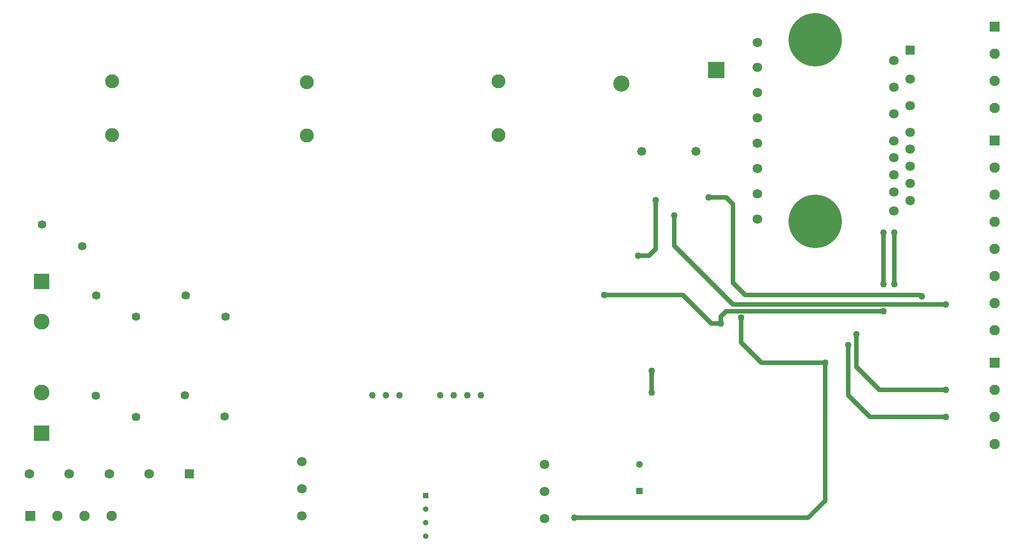
<source format=gbr>
G04*
G04 #@! TF.GenerationSoftware,Altium Limited,Altium Designer,24.10.1 (45)*
G04*
G04 Layer_Physical_Order=2*
G04 Layer_Color=16711680*
%FSLAX44Y44*%
%MOMM*%
G71*
G04*
G04 #@! TF.SameCoordinates,2C042171-34E2-4856-99AA-637600A7DDE9*
G04*
G04*
G04 #@! TF.FilePolarity,Positive*
G04*
G01*
G75*
%ADD60R,1.8034X1.8034*%
%ADD61C,1.8034*%
%ADD62C,2.6162*%
%ADD63R,1.3000X1.3000*%
%ADD64C,1.3000*%
%ADD65C,1.2700*%
%ADD66C,1.0668*%
%ADD67R,1.0668X1.0668*%
%ADD68C,1.6900*%
%ADD69C,3.0300*%
%ADD70R,3.1600X3.1600*%
%ADD73C,0.8128*%
%ADD75R,1.8000X1.8000*%
%ADD76C,1.8000*%
%ADD77C,10.0160*%
%ADD78R,1.9500X1.9500*%
%ADD79C,1.9500*%
%ADD80R,2.9700X2.9700*%
%ADD81C,2.9700*%
%ADD82R,1.9500X1.9500*%
%ADD83C,1.5900*%
D60*
X592100Y398780D02*
D03*
D61*
X517100D02*
D03*
X442100D02*
D03*
X367100D02*
D03*
X292100D02*
D03*
X802640Y421640D02*
D03*
Y370840D02*
D03*
Y320039D02*
D03*
X1257300Y416560D02*
D03*
Y365760D02*
D03*
Y314960D02*
D03*
D62*
X447040Y1033780D02*
D03*
Y1133780D02*
D03*
X1170940D02*
D03*
Y1033780D02*
D03*
X812171Y1132303D02*
D03*
Y1032303D02*
D03*
D63*
X1435100Y366160D02*
D03*
D64*
Y416160D02*
D03*
D65*
X1137920Y546100D02*
D03*
X1112520D02*
D03*
X1087120D02*
D03*
X1061720D02*
D03*
X985520D02*
D03*
X960120D02*
D03*
X934720D02*
D03*
X1432560Y807720D02*
D03*
X1465580Y911860D02*
D03*
X1457960Y591820D02*
D03*
X2009140Y716280D02*
D03*
X1457960Y551180D02*
D03*
X1892300Y703580D02*
D03*
X1625600Y691450D02*
D03*
X1912620Y754380D02*
D03*
X1892300D02*
D03*
Y850900D02*
D03*
X1912620D02*
D03*
X1964436Y731520D02*
D03*
X2009140Y556260D02*
D03*
X1841500Y660400D02*
D03*
X2009140Y505460D02*
D03*
X1826260Y640080D02*
D03*
X1564640Y916940D02*
D03*
X1501021Y883046D02*
D03*
X1587500Y680720D02*
D03*
X1369060Y734060D02*
D03*
X1313815Y315961D02*
D03*
X1783080Y607060D02*
D03*
D66*
X1035050Y281940D02*
D03*
Y307340D02*
D03*
Y332740D02*
D03*
D67*
Y358140D02*
D03*
D68*
X1541151Y1002763D02*
D03*
X1439551D02*
D03*
D69*
X1401451Y1129763D02*
D03*
D70*
X1579251Y1155163D02*
D03*
D73*
X1465580Y820420D02*
Y911860D01*
X1432560Y807720D02*
X1452880D01*
X1465580Y820420D01*
X1457960Y551180D02*
Y591820D01*
X1610360Y716280D02*
X2009140D01*
X1597660Y703580D02*
X1892300D01*
X1587500Y693420D02*
X1597660Y703580D01*
X1587500Y680720D02*
Y693420D01*
X1501021Y825619D02*
X1610360Y716280D01*
X1625600Y645160D02*
Y691450D01*
X1912620Y754380D02*
Y850900D01*
X1892300Y754380D02*
Y850900D01*
X1960659Y734060D02*
X1962039Y732679D01*
X1610360Y756920D02*
X1633220Y734060D01*
X1960659D01*
X1783080Y347980D02*
Y607060D01*
X1751061Y315961D02*
X1783080Y347980D01*
X1313815Y315961D02*
X1751061D01*
X1369060Y734060D02*
X1516380D01*
X1569720Y680720D01*
X1587500D01*
X1663700Y607060D02*
X1783080D01*
X1625600Y645160D02*
X1663700Y607060D01*
X1501021Y825619D02*
Y883046D01*
X1597660Y916940D02*
X1610360Y904240D01*
X1564640Y916940D02*
X1597660D01*
X1610360Y756920D02*
Y904240D01*
X1826260Y546100D02*
Y640080D01*
Y546100D02*
X1866900Y505460D01*
X2009140D01*
X1841500Y599440D02*
X1884680Y556260D01*
X1841500Y599440D02*
Y660400D01*
X1884680Y556260D02*
X2009140D01*
D75*
X1942471Y1192823D02*
D03*
D76*
X1912471Y1172823D02*
D03*
X1942471Y1138823D02*
D03*
X1912471Y1122823D02*
D03*
X1942471Y1088823D02*
D03*
X1912471Y1072823D02*
D03*
X1942471Y1038823D02*
D03*
X1912471Y1022823D02*
D03*
X1942471Y1006823D02*
D03*
X1912471Y990823D02*
D03*
X1942471Y974823D02*
D03*
X1912471Y958823D02*
D03*
X1942471Y942823D02*
D03*
X1912471Y926823D02*
D03*
X1942471Y910823D02*
D03*
X1912471Y890823D02*
D03*
X1656471Y876273D02*
D03*
Y923573D02*
D03*
Y970873D02*
D03*
Y1018173D02*
D03*
Y1065473D02*
D03*
Y1112773D02*
D03*
Y1160073D02*
D03*
Y1207373D02*
D03*
D77*
X1764470Y1212073D02*
D03*
Y871573D02*
D03*
D78*
X2100580Y1023620D02*
D03*
Y607060D02*
D03*
Y1236980D02*
D03*
D79*
Y972820D02*
D03*
Y922020D02*
D03*
Y871220D02*
D03*
Y820420D02*
D03*
Y769620D02*
D03*
Y718820D02*
D03*
Y668020D02*
D03*
X344811Y319503D02*
D03*
X395611D02*
D03*
X446411D02*
D03*
X2100580Y556260D02*
D03*
Y505460D02*
D03*
Y454660D02*
D03*
Y1186180D02*
D03*
Y1135380D02*
D03*
Y1084580D02*
D03*
D80*
X314960Y759460D02*
D03*
X314960Y474418D02*
D03*
D81*
X314960Y683460D02*
D03*
X314960Y550418D02*
D03*
D82*
X294011Y319503D02*
D03*
D83*
X583571Y545563D02*
D03*
X658571Y505563D02*
D03*
X316160Y865500D02*
D03*
X391160Y825500D02*
D03*
X585126Y732883D02*
D03*
X660126Y692883D02*
D03*
X492486D02*
D03*
X417486Y732883D02*
D03*
X416886Y544923D02*
D03*
X491886Y504923D02*
D03*
M02*

</source>
